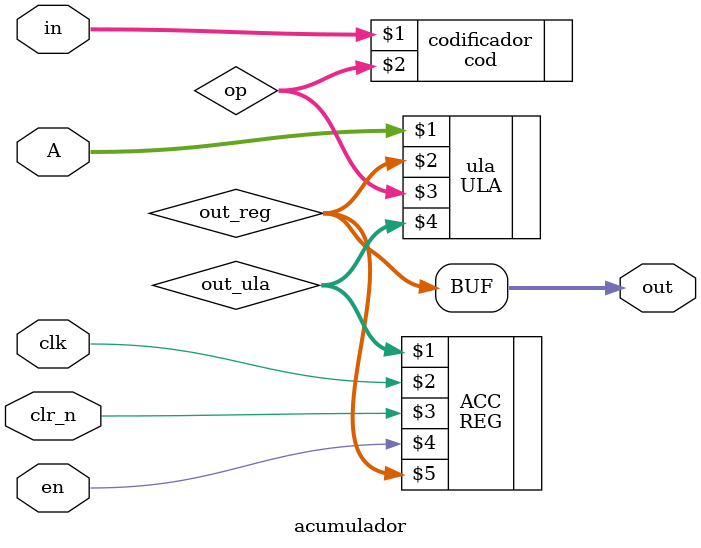
<source format=v>
module acumulador (input signed [3:0] A,
						 input [8:0] in,
						 input clk, clr_n, en,
						 output signed [3:0] out );

		wire signed [3:0] out_ula,out_reg;	
		wire [3:0] op;
		
		ULA ula (A, out_reg, op, out_ula);
		
		REG ACC (out_ula,clk,clr_n, en, out_reg);
		
		cod codificador (in,op);
		
		assign out = out_reg;
		

						 
endmodule

	
</source>
